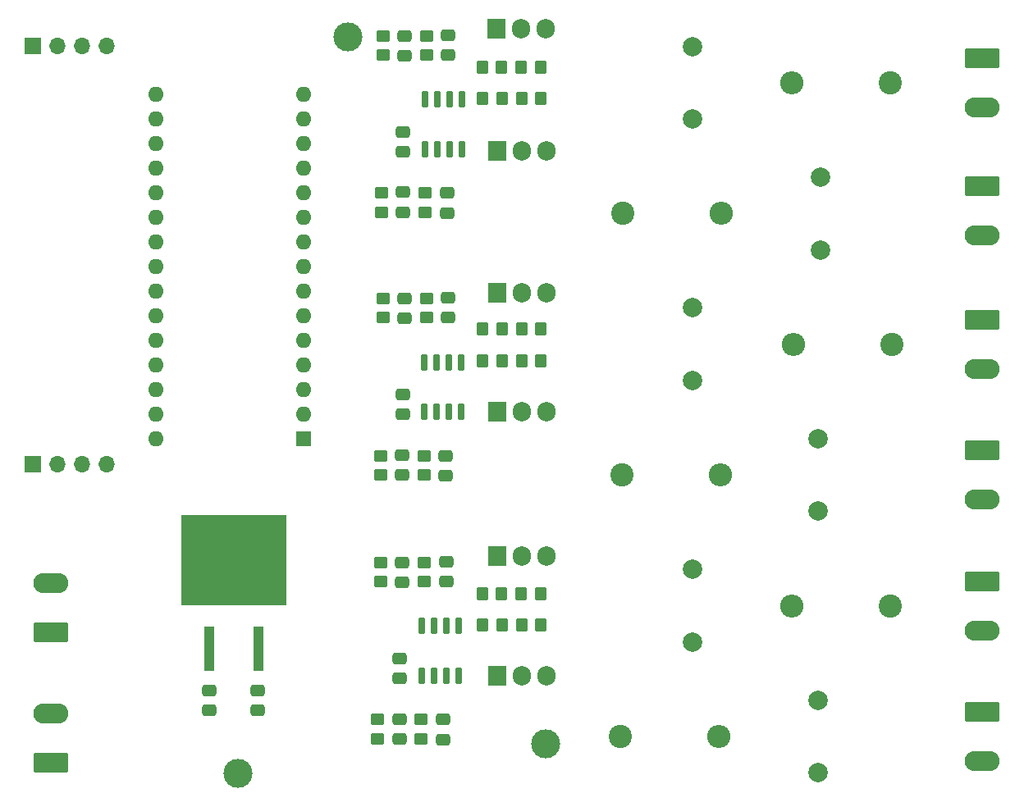
<source format=gbr>
%TF.GenerationSoftware,KiCad,Pcbnew,(6.0.7)*%
%TF.CreationDate,2023-02-22T11:31:18+02:00*%
%TF.ProjectId,Lamps_Type5,4c616d70-735f-4547-9970-65352e6b6963,rev?*%
%TF.SameCoordinates,Original*%
%TF.FileFunction,Soldermask,Top*%
%TF.FilePolarity,Negative*%
%FSLAX46Y46*%
G04 Gerber Fmt 4.6, Leading zero omitted, Abs format (unit mm)*
G04 Created by KiCad (PCBNEW (6.0.7)) date 2023-02-22 11:31:18*
%MOMM*%
%LPD*%
G01*
G04 APERTURE LIST*
G04 Aperture macros list*
%AMRoundRect*
0 Rectangle with rounded corners*
0 $1 Rounding radius*
0 $2 $3 $4 $5 $6 $7 $8 $9 X,Y pos of 4 corners*
0 Add a 4 corners polygon primitive as box body*
4,1,4,$2,$3,$4,$5,$6,$7,$8,$9,$2,$3,0*
0 Add four circle primitives for the rounded corners*
1,1,$1+$1,$2,$3*
1,1,$1+$1,$4,$5*
1,1,$1+$1,$6,$7*
1,1,$1+$1,$8,$9*
0 Add four rect primitives between the rounded corners*
20,1,$1+$1,$2,$3,$4,$5,0*
20,1,$1+$1,$4,$5,$6,$7,0*
20,1,$1+$1,$6,$7,$8,$9,0*
20,1,$1+$1,$8,$9,$2,$3,0*%
G04 Aperture macros list end*
%ADD10RoundRect,0.249999X-1.550001X0.790001X-1.550001X-0.790001X1.550001X-0.790001X1.550001X0.790001X0*%
%ADD11O,3.600000X2.080000*%
%ADD12R,1.905000X2.000000*%
%ADD13O,1.905000X2.000000*%
%ADD14C,2.400000*%
%ADD15O,2.400000X2.400000*%
%ADD16C,2.000000*%
%ADD17RoundRect,0.250000X0.450000X-0.350000X0.450000X0.350000X-0.450000X0.350000X-0.450000X-0.350000X0*%
%ADD18RoundRect,0.250000X-0.475000X0.337500X-0.475000X-0.337500X0.475000X-0.337500X0.475000X0.337500X0*%
%ADD19RoundRect,0.150000X-0.150000X0.725000X-0.150000X-0.725000X0.150000X-0.725000X0.150000X0.725000X0*%
%ADD20RoundRect,0.250000X0.475000X-0.337500X0.475000X0.337500X-0.475000X0.337500X-0.475000X-0.337500X0*%
%ADD21RoundRect,0.250000X-0.350000X-0.450000X0.350000X-0.450000X0.350000X0.450000X-0.350000X0.450000X0*%
%ADD22R,1.700000X1.700000*%
%ADD23O,1.700000X1.700000*%
%ADD24C,3.000000*%
%ADD25RoundRect,0.250000X-0.450000X0.350000X-0.450000X-0.350000X0.450000X-0.350000X0.450000X0.350000X0*%
%ADD26RoundRect,0.249999X1.550001X-0.790001X1.550001X0.790001X-1.550001X0.790001X-1.550001X-0.790001X0*%
%ADD27R,1.100000X4.600000*%
%ADD28R,10.800000X9.400000*%
%ADD29R,1.600000X1.600000*%
%ADD30O,1.600000X1.600000*%
G04 APERTURE END LIST*
D10*
%TO.C,J9*%
X259637500Y-115930000D03*
D11*
X259637500Y-121010000D03*
%TD*%
D12*
%TO.C,Q4*%
X209530000Y-85010000D03*
D13*
X212070000Y-85010000D03*
X214610000Y-85010000D03*
%TD*%
D14*
%TO.C,R17*%
X250110000Y-51010000D03*
D15*
X239950000Y-51010000D03*
%TD*%
D16*
%TO.C,C17*%
X229700000Y-81760000D03*
X229700000Y-74260000D03*
%TD*%
D17*
%TO.C,R3*%
X197770000Y-73265000D03*
X197770000Y-75265000D03*
%TD*%
%TO.C,R1*%
X197770000Y-48160000D03*
X197770000Y-46160000D03*
%TD*%
D16*
%TO.C,C25*%
X242700000Y-122260000D03*
X242700000Y-114760000D03*
%TD*%
D10*
%TO.C,J7*%
X259637500Y-88970000D03*
D11*
X259637500Y-94050000D03*
%TD*%
D18*
%TO.C,C5*%
X200020000Y-46160000D03*
X200020000Y-48235000D03*
%TD*%
D16*
%TO.C,C24*%
X229700000Y-108760000D03*
X229700000Y-101260000D03*
%TD*%
D14*
%TO.C,R18*%
X222540000Y-64510000D03*
D15*
X232700000Y-64510000D03*
%TD*%
D12*
%TO.C,Q5*%
X209530000Y-99865000D03*
D13*
X212070000Y-99865000D03*
X214610000Y-99865000D03*
%TD*%
D12*
%TO.C,Q3*%
X209530000Y-72665000D03*
D13*
X212070000Y-72665000D03*
X214610000Y-72665000D03*
%TD*%
D10*
%TO.C,J6*%
X259637500Y-75470000D03*
D11*
X259637500Y-80550000D03*
%TD*%
D19*
%TO.C,U2*%
X205820000Y-85015000D03*
X204550000Y-85015000D03*
X203280000Y-85015000D03*
X202010000Y-85015000D03*
X202010000Y-79865000D03*
X203280000Y-79865000D03*
X204550000Y-79865000D03*
X205820000Y-79865000D03*
%TD*%
D18*
%TO.C,C19*%
X199770000Y-102590000D03*
X199770000Y-100515000D03*
%TD*%
D17*
%TO.C,R24*%
X201710000Y-116765000D03*
X201710000Y-118765000D03*
%TD*%
D18*
%TO.C,C13*%
X204260000Y-91585000D03*
X204260000Y-89510000D03*
%TD*%
D20*
%TO.C,C21*%
X204270000Y-100440000D03*
X204270000Y-102515000D03*
%TD*%
D21*
%TO.C,R28*%
X210070000Y-107015000D03*
X208070000Y-107015000D03*
%TD*%
D16*
%TO.C,C18*%
X242700000Y-95260000D03*
X242700000Y-87760000D03*
%TD*%
D18*
%TO.C,C7*%
X200020000Y-75340000D03*
X200020000Y-73265000D03*
%TD*%
D20*
%TO.C,C20*%
X199460000Y-116690000D03*
X199460000Y-118765000D03*
%TD*%
D21*
%TO.C,R9*%
X212010000Y-49410000D03*
X214010000Y-49410000D03*
%TD*%
D12*
%TO.C,Q6*%
X209530000Y-112210000D03*
D13*
X212070000Y-112210000D03*
X214610000Y-112210000D03*
%TD*%
D14*
%TO.C,R29*%
X250110000Y-105010000D03*
D15*
X239950000Y-105010000D03*
%TD*%
D22*
%TO.C,J3*%
X161620000Y-47190000D03*
D23*
X164160000Y-47190000D03*
X166700000Y-47190000D03*
X169240000Y-47190000D03*
%TD*%
D21*
%TO.C,R14*%
X208070000Y-76410000D03*
X210070000Y-76410000D03*
%TD*%
D24*
%TO.C,FID1*%
X214520000Y-119265000D03*
%TD*%
D21*
%TO.C,R11*%
X212070000Y-52660000D03*
X214070000Y-52660000D03*
%TD*%
D14*
%TO.C,R19*%
X250270000Y-78010000D03*
D15*
X240110000Y-78010000D03*
%TD*%
D10*
%TO.C,J8*%
X259637500Y-102470000D03*
D11*
X259637500Y-107550000D03*
%TD*%
D20*
%TO.C,C12*%
X204520000Y-73190000D03*
X204520000Y-75265000D03*
%TD*%
D25*
%TO.C,R5*%
X202270000Y-48160000D03*
X202270000Y-46160000D03*
%TD*%
D12*
%TO.C,Q1*%
X209470000Y-45410000D03*
D13*
X212010000Y-45410000D03*
X214550000Y-45410000D03*
%TD*%
D25*
%TO.C,R2*%
X197610000Y-62372500D03*
X197610000Y-64372500D03*
%TD*%
D18*
%TO.C,C11*%
X204360000Y-62372500D03*
X204360000Y-64447500D03*
%TD*%
D16*
%TO.C,C15*%
X229700000Y-54760000D03*
X229700000Y-47260000D03*
%TD*%
D20*
%TO.C,C1*%
X199820000Y-58160000D03*
X199820000Y-56085000D03*
%TD*%
D22*
%TO.C,J2*%
X161660000Y-90370000D03*
D23*
X164200000Y-90370000D03*
X166740000Y-90370000D03*
X169280000Y-90370000D03*
%TD*%
D10*
%TO.C,J5*%
X259637500Y-61720000D03*
D11*
X259637500Y-66800000D03*
%TD*%
D21*
%TO.C,R10*%
X208010000Y-49410000D03*
X210010000Y-49410000D03*
%TD*%
D20*
%TO.C,C3*%
X199520000Y-110440000D03*
X199520000Y-112515000D03*
%TD*%
D21*
%TO.C,R27*%
X214070000Y-107015000D03*
X212070000Y-107015000D03*
%TD*%
%TO.C,R25*%
X214010000Y-103810000D03*
X212010000Y-103810000D03*
%TD*%
D20*
%TO.C,C2*%
X199820000Y-83190000D03*
X199820000Y-85265000D03*
%TD*%
D21*
%TO.C,R12*%
X208070000Y-52660000D03*
X210070000Y-52660000D03*
%TD*%
D18*
%TO.C,C23*%
X179875000Y-115800000D03*
X179875000Y-113725000D03*
%TD*%
D24*
%TO.C,FID3*%
X182800000Y-122300000D03*
%TD*%
D26*
%TO.C,J1*%
X163500000Y-121250000D03*
D11*
X163500000Y-116170000D03*
%TD*%
D21*
%TO.C,R13*%
X212070000Y-76410000D03*
X214070000Y-76410000D03*
%TD*%
D12*
%TO.C,Q2*%
X209530000Y-58010000D03*
D13*
X212070000Y-58010000D03*
X214610000Y-58010000D03*
%TD*%
D25*
%TO.C,R23*%
X202020000Y-102515000D03*
X202020000Y-100515000D03*
%TD*%
D11*
%TO.C,J10*%
X163500000Y-102670000D03*
D26*
X163500000Y-107750000D03*
%TD*%
D25*
%TO.C,R7*%
X202270000Y-75265000D03*
X202270000Y-73265000D03*
%TD*%
D17*
%TO.C,R8*%
X202010000Y-89510000D03*
X202010000Y-91510000D03*
%TD*%
D20*
%TO.C,C10*%
X204520000Y-48160000D03*
X204520000Y-46085000D03*
%TD*%
D25*
%TO.C,R4*%
X197510000Y-91510000D03*
X197510000Y-89510000D03*
%TD*%
D17*
%TO.C,R21*%
X197520000Y-100515000D03*
X197520000Y-102515000D03*
%TD*%
D16*
%TO.C,C16*%
X242950000Y-68260000D03*
X242950000Y-60760000D03*
%TD*%
D27*
%TO.C,U7*%
X184940000Y-109450000D03*
D28*
X182400000Y-100300000D03*
D27*
X179860000Y-109450000D03*
%TD*%
D24*
%TO.C,FID2*%
X194110000Y-46310000D03*
%TD*%
D20*
%TO.C,C8*%
X199760000Y-89435000D03*
X199760000Y-91510000D03*
%TD*%
D19*
%TO.C,U1*%
X205880000Y-52760000D03*
X204610000Y-52760000D03*
X203340000Y-52760000D03*
X202070000Y-52760000D03*
X202070000Y-57910000D03*
X203340000Y-57910000D03*
X204610000Y-57910000D03*
X205880000Y-57910000D03*
%TD*%
D20*
%TO.C,C6*%
X199860000Y-64372500D03*
X199860000Y-62297500D03*
%TD*%
D19*
%TO.C,U3*%
X205570000Y-112265000D03*
X204300000Y-112265000D03*
X203030000Y-112265000D03*
X201760000Y-112265000D03*
X201760000Y-107115000D03*
X203030000Y-107115000D03*
X204300000Y-107115000D03*
X205570000Y-107115000D03*
%TD*%
D18*
%TO.C,C26*%
X184875000Y-115800000D03*
X184875000Y-113725000D03*
%TD*%
D17*
%TO.C,R6*%
X202110000Y-64372500D03*
X202110000Y-62372500D03*
%TD*%
D18*
%TO.C,C22*%
X203960000Y-118840000D03*
X203960000Y-116765000D03*
%TD*%
D14*
%TO.C,R20*%
X222450000Y-91510000D03*
D15*
X232610000Y-91510000D03*
%TD*%
D10*
%TO.C,J4*%
X259637500Y-48470000D03*
D11*
X259637500Y-53550000D03*
%TD*%
D21*
%TO.C,R15*%
X214070000Y-79765000D03*
X212070000Y-79765000D03*
%TD*%
%TO.C,R16*%
X210070000Y-79765000D03*
X208070000Y-79765000D03*
%TD*%
%TO.C,R26*%
X210010000Y-103810000D03*
X208010000Y-103810000D03*
%TD*%
D14*
%TO.C,R30*%
X222290000Y-118510000D03*
D15*
X232450000Y-118510000D03*
%TD*%
D29*
%TO.C,A1*%
X189610000Y-87770000D03*
D30*
X189610000Y-85230000D03*
X189610000Y-82690000D03*
X189610000Y-80150000D03*
X189610000Y-77610000D03*
X189610000Y-75070000D03*
X189610000Y-72530000D03*
X189610000Y-69990000D03*
X189610000Y-67450000D03*
X189610000Y-64910000D03*
X189610000Y-62370000D03*
X189610000Y-59830000D03*
X189610000Y-57290000D03*
X189610000Y-54750000D03*
X189610000Y-52210000D03*
X174370000Y-52210000D03*
X174370000Y-54750000D03*
X174370000Y-57290000D03*
X174370000Y-59830000D03*
X174370000Y-62370000D03*
X174370000Y-64910000D03*
X174370000Y-67450000D03*
X174370000Y-69990000D03*
X174370000Y-72530000D03*
X174370000Y-75070000D03*
X174370000Y-77610000D03*
X174370000Y-80150000D03*
X174370000Y-82690000D03*
X174370000Y-85230000D03*
X174370000Y-87770000D03*
%TD*%
D25*
%TO.C,R22*%
X197210000Y-118765000D03*
X197210000Y-116765000D03*
%TD*%
M02*

</source>
